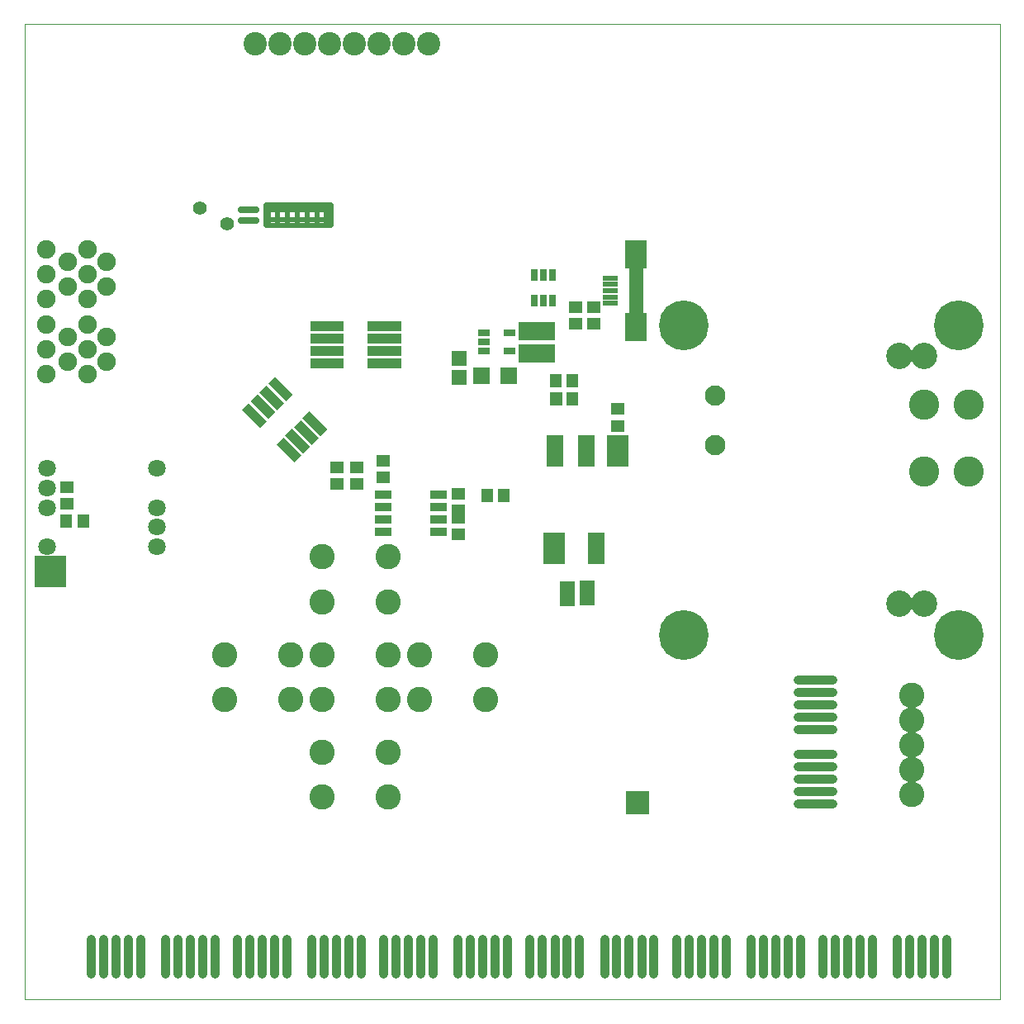
<source format=gbr>
%FSLAX34Y34*%
%MOMM*%
%LNSOLDERMASK_BOTTOM*%
G71*
G01*
%ADD10C, 0.002*%
%ADD11R, 1.190X0.800*%
%ADD12R, 3.700X1.900*%
%ADD13R, 1.800X1.800*%
%ADD14R, 1.600X1.500*%
%ADD15R, 1.800X0.870*%
%ADD16R, 1.400X1.300*%
%ADD17R, 1.300X1.400*%
%ADD18R, 1.550X0.600*%
%ADD19R, 2.200X2.950*%
%ADD20C, 1.450*%
%ADD21C, 0.700*%
%ADD22R, 2.600X1.000*%
%ADD23R, 3.500X1.000*%
%ADD24R, 2.500X1.000*%
%ADD25C, 0.950*%
%ADD26R, 0.800X1.190*%
%ADD27R, 1.700X3.200*%
%ADD28R, 2.200X3.200*%
%ADD29C, 0.500*%
%ADD30R, 1.600X2.500*%
%ADD31C, 1.400*%
%ADD32C, 1.900*%
%ADD33C, 1.800*%
%ADD34C, 2.400*%
%ADD35C, 2.600*%
%ADD36C, 2.700*%
%ADD37C, 3.100*%
%ADD38C, 2.100*%
%ADD39C, 5.100*%
%LPD*%
G54D10*
X250Y50D02*
X1000250Y50D01*
X1000250Y-999950D01*
X250Y-999950D01*
X250Y50D01*
X471509Y-335300D02*
G54D11*
D03*
X471511Y-325895D02*
G54D11*
D03*
X471509Y-316300D02*
G54D11*
D03*
X497409Y-316300D02*
G54D11*
D03*
X497409Y-335300D02*
G54D11*
D03*
X525580Y-337768D02*
G54D12*
D03*
X525580Y-314768D02*
G54D12*
D03*
X496648Y-360097D02*
G54D13*
D03*
X468648Y-360097D02*
G54D13*
D03*
X445736Y-361605D02*
G54D14*
D03*
X445738Y-342600D02*
G54D14*
D03*
G36*
X616650Y-809853D02*
X616650Y-785853D01*
X640650Y-785853D01*
X640650Y-809853D01*
X616650Y-809853D01*
G37*
X424965Y-482257D02*
G54D15*
D03*
X424965Y-494957D02*
G54D15*
D03*
X424965Y-507658D02*
G54D15*
D03*
X424964Y-520358D02*
G54D15*
D03*
X367966Y-520358D02*
G54D15*
D03*
X367965Y-507658D02*
G54D15*
D03*
X367965Y-494958D02*
G54D15*
D03*
X367965Y-482258D02*
G54D15*
D03*
X445433Y-505673D02*
G54D16*
D03*
X445433Y-522673D02*
G54D16*
D03*
X445433Y-481529D02*
G54D16*
D03*
X445433Y-498529D02*
G54D16*
D03*
X474552Y-482980D02*
G54D17*
D03*
X491552Y-482980D02*
G54D17*
D03*
G36*
X223191Y-395306D02*
X230263Y-388235D01*
X248646Y-406621D01*
X241574Y-413692D01*
X223191Y-395306D01*
G37*
G36*
X232171Y-386326D02*
X239242Y-379255D01*
X257626Y-397640D01*
X250555Y-404711D01*
X232171Y-386326D01*
G37*
G36*
X241151Y-377344D02*
X248223Y-370274D01*
X266606Y-388661D01*
X259534Y-395731D01*
X241151Y-377344D01*
G37*
G36*
X250131Y-368366D02*
X257202Y-361295D01*
X275587Y-379679D01*
X268516Y-386750D01*
X250131Y-368366D01*
G37*
G36*
X285486Y-403721D02*
X292557Y-396650D01*
X310942Y-415035D01*
X303871Y-422106D01*
X285486Y-403721D01*
G37*
G36*
X276506Y-412702D02*
X283577Y-405631D01*
X301962Y-424015D01*
X294892Y-431086D01*
X276506Y-412702D01*
G37*
G36*
X267526Y-421682D02*
X274597Y-414611D01*
X292982Y-432995D01*
X285911Y-440066D01*
X267526Y-421682D01*
G37*
G36*
X258546Y-430662D02*
X265617Y-423591D01*
X284002Y-441976D01*
X276931Y-449047D01*
X258546Y-430662D01*
G37*
X43335Y-509668D02*
G54D17*
D03*
X60337Y-509672D02*
G54D17*
D03*
X600648Y-260092D02*
G54D18*
D03*
X600648Y-266592D02*
G54D18*
D03*
X600648Y-273092D02*
G54D18*
D03*
X600648Y-279592D02*
G54D18*
D03*
X600648Y-286092D02*
G54D18*
D03*
X627001Y-310592D02*
G54D19*
D03*
X627001Y-235592D02*
G54D19*
D03*
G54D20*
X627398Y-235592D02*
X627398Y-310592D01*
X583572Y-307108D02*
G54D16*
D03*
X583572Y-290108D02*
G54D16*
D03*
X565712Y-307108D02*
G54D16*
D03*
X565712Y-290108D02*
G54D16*
D03*
G54D21*
X237290Y-200973D02*
X222318Y-200974D01*
G54D21*
X237294Y-189864D02*
X222321Y-189864D01*
X43902Y-474609D02*
G54D16*
D03*
X43900Y-491611D02*
G54D16*
D03*
X364880Y-309792D02*
G54D22*
D03*
X364880Y-322492D02*
G54D22*
D03*
X364880Y-335192D02*
G54D22*
D03*
X364880Y-347892D02*
G54D22*
D03*
X314880Y-347892D02*
G54D22*
D03*
X314880Y-335192D02*
G54D22*
D03*
X314880Y-322492D02*
G54D22*
D03*
X314880Y-309792D02*
G54D22*
D03*
X320756Y-471196D02*
G54D16*
D03*
X320759Y-454194D02*
G54D16*
D03*
X340756Y-471196D02*
G54D16*
D03*
X340759Y-454194D02*
G54D16*
D03*
G36*
X538806Y-377056D02*
X551806Y-377056D01*
X551806Y-391056D01*
X538806Y-391056D01*
X538806Y-377056D01*
G37*
X562306Y-384056D02*
G54D17*
D03*
X369643Y-309792D02*
G54D23*
D03*
X314880Y-309792D02*
G54D24*
D03*
X369643Y-322492D02*
G54D23*
D03*
X369643Y-335192D02*
G54D23*
D03*
X369643Y-347892D02*
G54D23*
D03*
X310118Y-347892D02*
G54D23*
D03*
X310118Y-335192D02*
G54D23*
D03*
X310118Y-322492D02*
G54D23*
D03*
X310118Y-309792D02*
G54D23*
D03*
G54D25*
X482705Y-938013D02*
X482705Y-973413D01*
G54D25*
X469905Y-938013D02*
X469905Y-973413D01*
G54D25*
X457205Y-938013D02*
X457205Y-973413D01*
G54D25*
X444605Y-938013D02*
X444605Y-973413D01*
G54D25*
X419105Y-938013D02*
X419105Y-973413D01*
G54D25*
X495305Y-938013D02*
X495305Y-973413D01*
G54D25*
X406405Y-938013D02*
X406405Y-973413D01*
G54D25*
X393805Y-938013D02*
X393805Y-973413D01*
G54D25*
X381005Y-938013D02*
X381005Y-973413D01*
G54D25*
X368305Y-938013D02*
X368305Y-973413D01*
G54D25*
X632705Y-938013D02*
X632705Y-973413D01*
G54D25*
X619905Y-938013D02*
X619905Y-973413D01*
G54D25*
X607205Y-938013D02*
X607205Y-973413D01*
G54D25*
X594605Y-938013D02*
X594605Y-973413D01*
G54D25*
X569105Y-938013D02*
X569105Y-973413D01*
G54D25*
X645305Y-938013D02*
X645305Y-973413D01*
G54D25*
X556405Y-938013D02*
X556405Y-973413D01*
G54D25*
X543805Y-938013D02*
X543805Y-973413D01*
G54D25*
X531005Y-938013D02*
X531005Y-973413D01*
G54D25*
X518305Y-938013D02*
X518305Y-973413D01*
G54D25*
X782705Y-938013D02*
X782705Y-973413D01*
G54D25*
X769905Y-938013D02*
X769905Y-973413D01*
G54D25*
X757205Y-938013D02*
X757205Y-973413D01*
G54D25*
X744605Y-938013D02*
X744605Y-973413D01*
G54D25*
X719105Y-938013D02*
X719105Y-973413D01*
G54D25*
X795305Y-938013D02*
X795305Y-973413D01*
G54D25*
X706405Y-938013D02*
X706405Y-973413D01*
G54D25*
X693805Y-938013D02*
X693805Y-973413D01*
G54D25*
X681005Y-938013D02*
X681005Y-973413D01*
G54D25*
X668305Y-938013D02*
X668305Y-973413D01*
G54D25*
X932705Y-938013D02*
X932705Y-973413D01*
G54D25*
X919905Y-938013D02*
X919905Y-973413D01*
G54D25*
X907205Y-938013D02*
X907205Y-973413D01*
G54D25*
X894605Y-938013D02*
X894605Y-973413D01*
G54D25*
X869105Y-938013D02*
X869105Y-973413D01*
G54D25*
X945305Y-938013D02*
X945305Y-973413D01*
G54D25*
X856405Y-938013D02*
X856405Y-973413D01*
G54D25*
X843805Y-938013D02*
X843805Y-973413D01*
G54D25*
X831005Y-938013D02*
X831005Y-973413D01*
G54D25*
X818305Y-938013D02*
X818305Y-973413D01*
G54D25*
X332705Y-938013D02*
X332705Y-973413D01*
G54D25*
X319905Y-938013D02*
X319905Y-973413D01*
G54D25*
X307205Y-938013D02*
X307205Y-973413D01*
G54D25*
X294605Y-938013D02*
X294605Y-973413D01*
G54D25*
X269105Y-938013D02*
X269105Y-973413D01*
G54D25*
X345305Y-938013D02*
X345305Y-973413D01*
G54D25*
X256405Y-938013D02*
X256405Y-973413D01*
G54D25*
X243805Y-938013D02*
X243805Y-973413D01*
G54D25*
X231005Y-938013D02*
X231005Y-973413D01*
G54D25*
X218305Y-938013D02*
X218305Y-973413D01*
G54D25*
X182705Y-938013D02*
X182705Y-973413D01*
G54D25*
X169905Y-938013D02*
X169905Y-973413D01*
G54D25*
X157205Y-938013D02*
X157205Y-973413D01*
G54D25*
X144605Y-938013D02*
X144605Y-973413D01*
G54D25*
X119105Y-938013D02*
X119105Y-973413D01*
G54D25*
X195305Y-938013D02*
X195305Y-973413D01*
G54D25*
X106405Y-938013D02*
X106405Y-973413D01*
G54D25*
X93805Y-938013D02*
X93805Y-973413D01*
G54D25*
X81005Y-938013D02*
X81005Y-973413D01*
G54D25*
X68305Y-938013D02*
X68305Y-973413D01*
X541615Y-257014D02*
G54D26*
D03*
X532210Y-257016D02*
G54D26*
D03*
X522615Y-257014D02*
G54D26*
D03*
X522615Y-282913D02*
G54D26*
D03*
X541615Y-282914D02*
G54D26*
D03*
X532210Y-282916D02*
G54D26*
D03*
X586224Y-536992D02*
G54D27*
D03*
X543017Y-536992D02*
G54D28*
D03*
X608224Y-436992D02*
G54D28*
D03*
X576224Y-436992D02*
G54D27*
D03*
X544208Y-436992D02*
G54D27*
D03*
X608224Y-411592D02*
G54D16*
D03*
X608224Y-394592D02*
G54D16*
D03*
X545306Y-365006D02*
G54D17*
D03*
X562306Y-365006D02*
G54D17*
D03*
G54D29*
X250000Y-205991D02*
X250000Y-184847D01*
X260000Y-205991D02*
X260000Y-184847D01*
X270000Y-205991D02*
X270000Y-184847D01*
X280000Y-205991D02*
X280000Y-184847D01*
X290000Y-205991D02*
X290000Y-184847D01*
X300000Y-205991D02*
X300000Y-184847D01*
X310000Y-205991D02*
X310000Y-184847D01*
X247468Y-200000D02*
X314860Y-200000D01*
X247469Y-190000D02*
X314862Y-190000D01*
G54D29*
X247470Y-184847D02*
X247467Y-205991D01*
X314859Y-205991D01*
X314863Y-184847D01*
X247470Y-184847D01*
X557175Y-583473D02*
G54D30*
D03*
X577016Y-583316D02*
G54D30*
D03*
X208359Y-204152D02*
G54D31*
D03*
X180439Y-188327D02*
G54D31*
D03*
X22468Y-231000D02*
G54D32*
D03*
X22468Y-256500D02*
G54D32*
D03*
X22468Y-282000D02*
G54D32*
D03*
X22468Y-307500D02*
G54D32*
D03*
X22468Y-333000D02*
G54D32*
D03*
X22468Y-358500D02*
G54D32*
D03*
X64744Y-231000D02*
G54D32*
D03*
X64743Y-256500D02*
G54D32*
D03*
X64743Y-307500D02*
G54D32*
D03*
X64743Y-333000D02*
G54D32*
D03*
X64743Y-358499D02*
G54D32*
D03*
X44743Y-243750D02*
G54D32*
D03*
X44743Y-269250D02*
G54D32*
D03*
X44743Y-345750D02*
G54D32*
D03*
X84745Y-243750D02*
G54D32*
D03*
X84745Y-269250D02*
G54D32*
D03*
X84743Y-345750D02*
G54D32*
D03*
X44743Y-320250D02*
G54D32*
D03*
X84744Y-320250D02*
G54D32*
D03*
X64742Y-282000D02*
G54D32*
D03*
G36*
X42607Y-576674D02*
X10607Y-576674D01*
X10607Y-544674D01*
X42607Y-544674D01*
X42607Y-576674D01*
G37*
X135952Y-455555D02*
G54D33*
D03*
X135952Y-495555D02*
G54D33*
D03*
X135952Y-515555D02*
G54D33*
D03*
X135952Y-535555D02*
G54D33*
D03*
X23115Y-455556D02*
G54D33*
D03*
X23115Y-475556D02*
G54D33*
D03*
X23115Y-495556D02*
G54D33*
D03*
X23115Y-535556D02*
G54D33*
D03*
X237234Y-20377D02*
G54D34*
D03*
X262635Y-20377D02*
G54D34*
D03*
X288035Y-20377D02*
G54D34*
D03*
X313435Y-20377D02*
G54D34*
D03*
X338835Y-20377D02*
G54D34*
D03*
X364235Y-20377D02*
G54D34*
D03*
X389635Y-20377D02*
G54D34*
D03*
X415035Y-20377D02*
G54D34*
D03*
X305340Y-646096D02*
G54D35*
D03*
X373340Y-646096D02*
G54D35*
D03*
X373340Y-692096D02*
G54D35*
D03*
X305340Y-692096D02*
G54D35*
D03*
X305340Y-746096D02*
G54D35*
D03*
X373340Y-746096D02*
G54D35*
D03*
X373340Y-792096D02*
G54D35*
D03*
X305340Y-792096D02*
G54D35*
D03*
X405340Y-646096D02*
G54D35*
D03*
X473340Y-646096D02*
G54D35*
D03*
X473340Y-692096D02*
G54D35*
D03*
X405340Y-692096D02*
G54D35*
D03*
X205340Y-646096D02*
G54D35*
D03*
X273340Y-646096D02*
G54D35*
D03*
X273340Y-692096D02*
G54D35*
D03*
X205340Y-692096D02*
G54D35*
D03*
X305340Y-546096D02*
G54D35*
D03*
X373340Y-546096D02*
G54D35*
D03*
X373340Y-592096D02*
G54D35*
D03*
X305340Y-592096D02*
G54D35*
D03*
X367965Y-464520D02*
G54D16*
D03*
X367966Y-447520D02*
G54D16*
D03*
X923007Y-340193D02*
G54D36*
D03*
X897607Y-340193D02*
G54D36*
D03*
X923006Y-594193D02*
G54D36*
D03*
X897607Y-594193D02*
G54D36*
D03*
X968349Y-390284D02*
G54D37*
D03*
X968349Y-458284D02*
G54D37*
D03*
X922348Y-458284D02*
G54D37*
D03*
X922348Y-390284D02*
G54D37*
D03*
X708790Y-380474D02*
G54D38*
D03*
X708790Y-431274D02*
G54D38*
D03*
X958487Y-309022D02*
G54D39*
D03*
X675912Y-626522D02*
G54D39*
D03*
X675912Y-309022D02*
G54D39*
D03*
X958487Y-626522D02*
G54D39*
D03*
G54D25*
X828619Y-786484D02*
X793219Y-786484D01*
G54D25*
X828619Y-773684D02*
X793219Y-773684D01*
G54D25*
X828619Y-760984D02*
X793219Y-760984D01*
G54D25*
X828619Y-748384D02*
X793219Y-748384D01*
G54D25*
X828619Y-722884D02*
X793219Y-722884D01*
G54D25*
X828619Y-799084D02*
X793219Y-799084D01*
G54D25*
X828619Y-710184D02*
X793219Y-710184D01*
G54D25*
X828619Y-697584D02*
X793219Y-697584D01*
G54D25*
X828619Y-684784D02*
X793219Y-684784D01*
G54D25*
X828619Y-672084D02*
X793219Y-672084D01*
X909874Y-687944D02*
G54D35*
D03*
X909874Y-713344D02*
G54D35*
D03*
X909874Y-738744D02*
G54D35*
D03*
X909874Y-764144D02*
G54D35*
D03*
X909874Y-789544D02*
G54D35*
D03*
M02*

</source>
